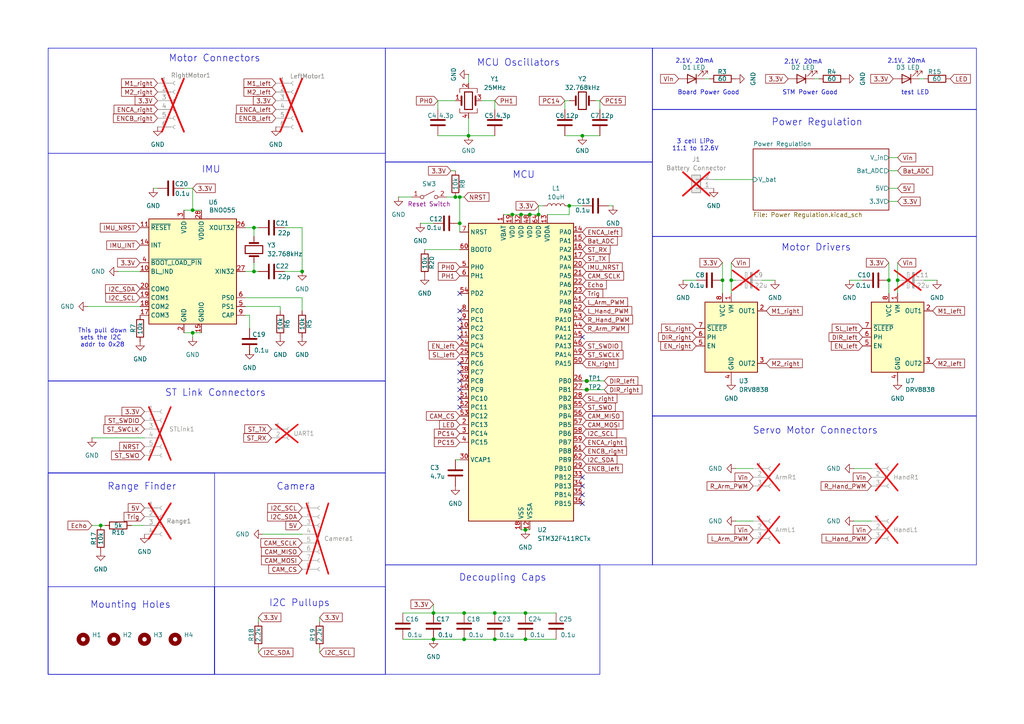
<source format=kicad_sch>
(kicad_sch (version 20231120) (generator "eeschema") (generator_version "8.0")
  (paper "A4")
  (title_block (title "WALL-E Motherboard") (company "Cal Poly") (comment 1 "Spring 2025"))
  (lib_symbols
    (symbol "Connector:Conn_01x02_Socket" (pin_names (offset 1.016) hide)
      (property "Reference" "J" (at 0 2.54 0))
      (property "Value" "Conn_01x02_Socket" (at 0 -5.08 0))
      (symbol "Conn_01x02_Socket_1_1"
        (pin passive line (at -5.08 0 0) (length 3.81) (name "Pin_1") (number "1"))
        (pin passive line (at -5.08 -2.54 0) (length 3.81) (name "Pin_2") (number "2"))
      )
    )
    (symbol "Connector:Conn_01x03_Socket" (pin_names (offset 1.016) hide)
      (property "Reference" "J" (at 0 5.08 0))
      (property "Value" "Conn_01x03_Socket" (at 0 -5.08 0))
      (symbol "Conn_01x03_Socket_1_1"
        (pin passive line (at -5.08 2.54 0) (length 3.81) (name "Pin_1") (number "1"))
        (pin passive line (at -5.08 0 0) (length 3.81) (name "Pin_2") (number "2"))
        (pin passive line (at -5.08 -2.54 0) (length 3.81) (name "Pin_3") (number "3"))
      )
    )
    (symbol "Connector:Conn_01x04_Socket" (pin_names (offset 1.016) hide)
      (property "Reference" "J" (at 0 5.08 0))
      (property "Value" "Conn_01x04_Socket" (at 0 -7.62 0))
      (symbol "Conn_01x04_Socket_1_1"
        (pin passive line (at -5.08 2.54 0) (length 3.81) (name "Pin_1") (number "1"))
        (pin passive line (at -5.08 0 0) (length 3.81) (name "Pin_2") (number "2"))
        (pin passive line (at -5.08 -2.54 0) (length 3.81) (name "Pin_3") (number "3"))
        (pin passive line (at -5.08 -5.08 0) (length 3.81) (name "Pin_4") (number "4"))
      )
    )
    (symbol "Connector:Conn_01x06_Socket" (pin_names (offset 1.016) hide)
      (property "Reference" "J" (at 0 7.62 0))
      (property "Value" "Conn_01x06_Socket" (at 0 -10.16 0))
      (symbol "Conn_01x06_Socket_1_1"
        (pin passive line (at -5.08 5.08 0) (length 3.81) (name "Pin_1") (number "1"))
        (pin passive line (at -5.08 2.54 0) (length 3.81) (name "Pin_2") (number "2"))
        (pin passive line (at -5.08 0 0) (length 3.81) (name "Pin_3") (number "3"))
        (pin passive line (at -5.08 -2.54 0) (length 3.81) (name "Pin_4") (number "4"))
        (pin passive line (at -5.08 -5.08 0) (length 3.81) (name "Pin_5") (number "5"))
        (pin passive line (at -5.08 -7.62 0) (length 3.81) (name "Pin_6") (number "6"))
      )
    )
    (symbol "Connector:Conn_01x08_Socket" (pin_names (offset 1.016) hide)
      (property "Reference" "J" (at 0 10.16 0))
      (property "Value" "Conn_01x08_Socket" (at 0 -12.7 0))
      (symbol "Conn_01x08_Socket_1_1"
        (pin passive line (at -5.08 7.62 0) (length 3.81) (name "Pin_1") (number "1"))
        (pin passive line (at -5.08 5.08 0) (length 3.81) (name "Pin_2") (number "2"))
        (pin passive line (at -5.08 2.54 0) (length 3.81) (name "Pin_3") (number "3"))
        (pin passive line (at -5.08 0 0) (length 3.81) (name "Pin_4") (number "4"))
        (pin passive line (at -5.08 -2.54 0) (length 3.81) (name "Pin_5") (number "5"))
        (pin passive line (at -5.08 -5.08 0) (length 3.81) (name "Pin_6") (number "6"))
        (pin passive line (at -5.08 -7.62 0) (length 3.81) (name "Pin_7") (number "7"))
        (pin passive line (at -5.08 -10.16 0) (length 3.81) (name "Pin_8") (number "8"))
      )
    )
    (symbol "Connector:TestPoint_Small" (pin_numbers hide) (pin_names (offset 0.762) hide)
      (property "Reference" "TP" (at 0 3.81 0))
      (property "Value" "TestPoint_Small" (at 0 2.032 0))
      (symbol "TestPoint_Small_1_1"
        (pin passive line (at 0 0 90) (length 0) (name "1") (number "1"))
      )
    )
    (symbol "Connector_Generic:Conn_01x02" (pin_names (offset 1.016) hide)
      (property "Reference" "J" (at 0 2.54 0))
      (property "Value" "Conn_01x02" (at 0 -5.08 0))
      (symbol "Conn_01x02_1_1"
        (pin passive line (at -5.08 0 0) (length 3.81) (name "Pin_1") (number "1"))
        (pin passive line (at -5.08 -2.54 0) (length 3.81) (name "Pin_2") (number "2"))
      )
    )
    (symbol "Device:C" (pin_numbers hide) (pin_names (offset 0.254))
      (property "Reference" "C" (at 0.635 2.54 0))
      (property "Value" "C" (at 0.635 -2.54 0))
      (symbol "C_1_1"
        (pin passive line (at 0 3.81 270) (length 2.794) (name "~") (number "1"))
        (pin passive line (at 0 -3.81 90) (length 2.794) (name "~") (number "2"))
      )
    )
    (symbol "Device:C_Polarized" (pin_numbers hide) (pin_names (offset 0.254))
      (property "Reference" "C" (at 0.635 2.54 0))
      (property "Value" "C_Polarized" (at 0.635 -2.54 0))
      (symbol "C_Polarized_1_1"
        (pin passive line (at 0 3.81 270) (length 2.794) (name "~") (number "1"))
        (pin passive line (at 0 -3.81 90) (length 2.794) (name "~") (number "2"))
      )
    )
    (symbol "Device:Crystal" (pin_numbers hide) (pin_names (offset 1.016) hide)
      (property "Reference" "Y" (at 0 3.81 0))
      (property "Value" "Crystal" (at 0 -3.81 0))
      (symbol "Crystal_1_1"
        (pin passive line (at -3.81 0 0) (length 1.27) (name "1") (number "1"))
        (pin passive line (at 3.81 0 180) (length 1.27) (name "2") (number "2"))
      )
    )
    (symbol "Device:Crystal_GND24" (pin_names (offset 1.016) hide)
      (property "Reference" "Y" (at 3.175 5.08 0))
      (property "Value" "Crystal_GND24" (at 3.175 3.175 0))
      (symbol "Crystal_GND24_1_1"
        (pin passive line (at -3.81 0 0) (length 1.27) (name "1") (number "1"))
        (pin passive line (at 0 5.08 270) (length 1.27) (name "2") (number "2"))
        (pin passive line (at 3.81 0 180) (length 1.27) (name "3") (number "3"))
        (pin passive line (at 0 -5.08 90) (length 1.27) (name "4") (number "4"))
      )
    )
    (symbol "Device:L" (pin_numbers hide) (pin_names (offset 1.016) hide)
      (property "Reference" "L" (at -1.27 0 90))
      (property "Value" "L" (at 1.905 0 90))
      (symbol "L_1_1"
        (pin passive line (at 0 3.81 270) (length 1.27) (name "1") (number "1"))
        (pin passive line (at 0 -3.81 90) (length 1.27) (name "2") (number "2"))
      )
    )
    (symbol "Device:LED" (pin_numbers hide) (pin_names (offset 1.016) hide)
      (property "Reference" "D" (at 0 2.54 0))
      (property "Value" "LED" (at 0 -2.54 0))
      (symbol "LED_1_1"
        (pin passive line (at -3.81 0 0) (length 2.54) (name "K") (number "1"))
        (pin passive line (at 3.81 0 180) (length 2.54) (name "A") (number "2"))
      )
    )
    (symbol "Device:R" (pin_numbers hide) (pin_names (offset 0))
      (property "Reference" "R" (at 2.032 0 90))
      (property "Value" "R" (at 0 0 90))
      (symbol "R_1_1"
        (pin passive line (at 0 3.81 270) (length 1.27) (name "~") (number "1"))
        (pin passive line (at 0 -3.81 90) (length 1.27) (name "~") (number "2"))
      )
    )
    (symbol "Driver_Motor:DRV8838"
      (property "Reference" "U" (at 6.35 11.43 0))
      (property "Value" "DRV8838" (at -10.16 11.43 0))
      (symbol "DRV8838_1_1"
        (pin power_in line (at 0 12.7 270) (length 2.54) (name "VM") (number "1"))
        (pin output line (at 10.16 7.62 180) (length 2.54) (name "OUT1") (number "2"))
        (pin output line (at 10.16 -7.62 180) (length 2.54) (name "OUT2") (number "3"))
        (pin power_in line (at 0 -12.7 90) (length 2.54) (name "GND") (number "4"))
        (pin input line (at -10.16 -2.54 0) (length 2.54) (name "EN") (number "5"))
        (pin input line (at -10.16 0 0) (length 2.54) (name "PH") (number "6"))
        (pin input line (at -10.16 2.54 0) (length 2.54) (name "~{SLEEP}") (number "7"))
        (pin power_in line (at -2.54 12.7 270) (length 2.54) (name "VCC") (number "8"))
        (pin passive line (at 0 -12.7 90) (length 2.54) hide (name "GND") (number "9"))
      )
    )
    (symbol "MCU_ST_STM32F4:STM32F411RCTx"
      (property "Reference" "U" (at -15.24 44.45 0))
      (property "Value" "STM32F411RCTx" (at 10.16 44.45 0))
      (symbol "STM32F411RCTx_1_1"
        (pin power_in line (at -5.08 45.72 270) (length 2.54) (name "VBAT") (number "1"))
        (pin bidirectional line (at -17.78 12.7 0) (length 2.54) (name "PC2") (number "10"))
        (pin bidirectional line (at -17.78 10.16 0) (length 2.54) (name "PC3") (number "11"))
        (pin power_in line (at 2.54 -45.72 90) (length 2.54) (name "VSSA") (number "12"))
        (pin power_in line (at 7.62 45.72 270) (length 2.54) (name "VDDA") (number "13"))
        (pin bidirectional line (at 17.78 40.64 180) (length 2.54) (name "PA0") (number "14"))
        (pin bidirectional line (at 17.78 38.1 180) (length 2.54) (name "PA1") (number "15"))
        (pin bidirectional line (at 17.78 35.56 180) (length 2.54) (name "PA2") (number "16"))
        (pin bidirectional line (at 17.78 33.02 180) (length 2.54) (name "PA3") (number "17"))
        (pin power_in line (at 0 -45.72 90) (length 2.54) (name "VSS") (number "18"))
        (pin power_in line (at -2.54 45.72 270) (length 2.54) (name "VDD") (number "19"))
        (pin bidirectional line (at -17.78 -15.24 0) (length 2.54) (name "PC13") (number "2"))
        (pin bidirectional line (at 17.78 30.48 180) (length 2.54) (name "PA4") (number "20"))
        (pin bidirectional line (at 17.78 27.94 180) (length 2.54) (name "PA5") (number "21"))
        (pin bidirectional line (at 17.78 25.4 180) (length 2.54) (name "PA6") (number "22"))
        (pin bidirectional line (at 17.78 22.86 180) (length 2.54) (name "PA7") (number "23"))
        (pin bidirectional line (at -17.78 7.62 0) (length 2.54) (name "PC4") (number "24"))
        (pin bidirectional line (at -17.78 5.08 0) (length 2.54) (name "PC5") (number "25"))
        (pin bidirectional line (at 17.78 -2.54 180) (length 2.54) (name "PB0") (number "26"))
        (pin bidirectional line (at 17.78 -5.08 180) (length 2.54) (name "PB1") (number "27"))
        (pin bidirectional line (at 17.78 -7.62 180) (length 2.54) (name "PB2") (number "28"))
        (pin bidirectional line (at 17.78 -27.94 180) (length 2.54) (name "PB10") (number "29"))
        (pin bidirectional line (at -17.78 -17.78 0) (length 2.54) (name "PC14") (number "3"))
        (pin power_out line (at -17.78 -25.4 0) (length 2.54) (name "VCAP1") (number "30"))
        (pin passive line (at 0 -45.72 90) (length 2.54) hide (name "VSS") (number "31"))
        (pin power_in line (at 0 45.72 270) (length 2.54) (name "VDD") (number "32"))
        (pin bidirectional line (at 17.78 -30.48 180) (length 2.54) (name "PB12") (number "33"))
        (pin bidirectional line (at 17.78 -33.02 180) (length 2.54) (name "PB13") (number "34"))
        (pin bidirectional line (at 17.78 -35.56 180) (length 2.54) (name "PB14") (number "35"))
        (pin bidirectional line (at 17.78 -38.1 180) (length 2.54) (name "PB15") (number "36"))
        (pin bidirectional line (at -17.78 2.54 0) (length 2.54) (name "PC6") (number "37"))
        (pin bidirectional line (at -17.78 0 0) (length 2.54) (name "PC7") (number "38"))
        (pin bidirectional line (at -17.78 -2.54 0) (length 2.54) (name "PC8") (number "39"))
        (pin bidirectional line (at -17.78 -20.32 0) (length 2.54) (name "PC15") (number "4"))
        (pin bidirectional line (at -17.78 -5.08 0) (length 2.54) (name "PC9") (number "40"))
        (pin bidirectional line (at 17.78 20.32 180) (length 2.54) (name "PA8") (number "41"))
        (pin bidirectional line (at 17.78 17.78 180) (length 2.54) (name "PA9") (number "42"))
        (pin bidirectional line (at 17.78 15.24 180) (length 2.54) (name "PA10") (number "43"))
        (pin bidirectional line (at 17.78 12.7 180) (length 2.54) (name "PA11") (number "44"))
        (pin bidirectional line (at 17.78 10.16 180) (length 2.54) (name "PA12") (number "45"))
        (pin bidirectional line (at 17.78 7.62 180) (length 2.54) (name "PA13") (number "46"))
        (pin passive line (at 0 -45.72 90) (length 2.54) hide (name "VSS") (number "47"))
        (pin power_in line (at 2.54 45.72 270) (length 2.54) (name "VDD") (number "48"))
        (pin bidirectional line (at 17.78 5.08 180) (length 2.54) (name "PA14") (number "49"))
        (pin bidirectional line (at -17.78 30.48 0) (length 2.54) (name "PH0") (number "5"))
        (pin bidirectional line (at 17.78 2.54 180) (length 2.54) (name "PA15") (number "50"))
        (pin bidirectional line (at -17.78 -7.62 0) (length 2.54) (name "PC10") (number "51"))
        (pin bidirectional line (at -17.78 -10.16 0) (length 2.54) (name "PC11") (number "52"))
        (pin bidirectional line (at -17.78 -12.7 0) (length 2.54) (name "PC12") (number "53"))
        (pin bidirectional line (at -17.78 22.86 0) (length 2.54) (name "PD2") (number "54"))
        (pin bidirectional line (at 17.78 -10.16 180) (length 2.54) (name "PB3") (number "55"))
        (pin bidirectional line (at 17.78 -12.7 180) (length 2.54) (name "PB4") (number "56"))
        (pin bidirectional line (at 17.78 -15.24 180) (length 2.54) (name "PB5") (number "57"))
        (pin bidirectional line (at 17.78 -17.78 180) (length 2.54) (name "PB6") (number "58"))
        (pin bidirectional line (at 17.78 -20.32 180) (length 2.54) (name "PB7") (number "59"))
        (pin bidirectional line (at -17.78 27.94 0) (length 2.54) (name "PH1") (number "6"))
        (pin input line (at -17.78 35.56 0) (length 2.54) (name "BOOT0") (number "60"))
        (pin bidirectional line (at 17.78 -22.86 180) (length 2.54) (name "PB8") (number "61"))
        (pin bidirectional line (at 17.78 -25.4 180) (length 2.54) (name "PB9") (number "62"))
        (pin passive line (at 0 -45.72 90) (length 2.54) hide (name "VSS") (number "63"))
        (pin power_in line (at 5.08 45.72 270) (length 2.54) (name "VDD") (number "64"))
        (pin input line (at -17.78 40.64 0) (length 2.54) (name "NRST") (number "7"))
        (pin bidirectional line (at -17.78 17.78 0) (length 2.54) (name "PC0") (number "8"))
        (pin bidirectional line (at -17.78 15.24 0) (length 2.54) (name "PC1") (number "9"))
      )
    )
    (symbol "Mechanical:MountingHole" (pin_names (offset 1.016)) (exclude_from_sim yes) (in_bom no)
      (property "Reference" "H" (at 0 5.08 0))
      (property "Value" "MountingHole" (at 0 3.175 0))
    )
    (symbol "Sensor_Motion:BNO055"
      (property "Reference" "U" (at -11.43 16.51 0))
      (property "Value" "BNO055" (at 12.7 16.51 0))
      (symbol "BNO055_1_1"
        (pin no_connect line (at -12.7 10.16 0) (length 2.54) hide (name "PIN1") (number "1"))
        (pin output line (at -15.24 0 0) (length 2.54) (name "BL_IND") (number "10"))
        (pin input line (at -15.24 12.7 0) (length 2.54) (name "~{RESET}") (number "11"))
        (pin no_connect line (at 12.7 10.16 180) (length 2.54) hide (name "PIN12") (number "12"))
        (pin no_connect line (at 12.7 7.62 180) (length 2.54) hide (name "PIN13") (number "13"))
        (pin output line (at -15.24 7.62 0) (length 2.54) (name "INT") (number "14"))
        (pin power_in line (at 2.54 -17.78 90) (length 2.54) (name "GNDIO") (number "15"))
        (pin passive line (at 2.54 -17.78 90) (length 2.54) hide (name "GNDIO") (number "16"))
        (pin input line (at -15.24 -12.7 0) (length 2.54) (name "COM3") (number "17"))
        (pin passive line (at -15.24 -10.16 0) (length 2.54) (name "COM2") (number "18"))
        (pin bidirectional line (at -15.24 -7.62 0) (length 2.54) (name "COM1") (number "19"))
        (pin power_in line (at -2.54 -17.78 90) (length 2.54) (name "GND") (number "2"))
        (pin bidirectional line (at -15.24 -5.08 0) (length 2.54) (name "COM0") (number "20"))
        (pin no_connect line (at 12.7 5.08 180) (length 2.54) hide (name "PIN21") (number "21"))
        (pin no_connect line (at 12.7 2.54 180) (length 2.54) hide (name "PIN22") (number "22"))
        (pin no_connect line (at 12.7 -2.54 180) (length 2.54) hide (name "PIN23") (number "23"))
        (pin no_connect line (at 12.7 -5.08 180) (length 2.54) hide (name "PIN24") (number "24"))
        (pin passive line (at 2.54 -17.78 90) (length 2.54) hide (name "GNDIO") (number "25"))
        (pin output line (at 15.24 12.7 180) (length 2.54) (name "XOUT32") (number "26"))
        (pin input line (at 15.24 0 180) (length 2.54) (name "XIN32") (number "27"))
        (pin power_in line (at 2.54 17.78 270) (length 2.54) (name "VDDIO") (number "28"))
        (pin power_in line (at -2.54 17.78 270) (length 2.54) (name "VDD") (number "3"))
        (pin input line (at -15.24 2.54 0) (length 2.54) (name "~{BOOT_LOAD_PIN}") (number "4"))
        (pin input line (at 15.24 -10.16 180) (length 2.54) (name "PS1") (number "5"))
        (pin input line (at 15.24 -7.62 180) (length 2.54) (name "PS0") (number "6"))
        (pin no_connect line (at -12.7 5.08 0) (length 2.54) hide (name "PIN7") (number "7"))
        (pin no_connect line (at -12.7 -2.54 0) (length 2.54) hide (name "PIN8") (number "8"))
        (pin passive line (at 15.24 -12.7 180) (length 2.54) (name "CAP") (number "9"))
      )
    )
    (symbol "Switch:SW_SPST" (pin_names (offset 0) hide)
      (property "Reference" "SW" (at 0 3.175 0))
      (property "Value" "SW_SPST" (at 0 -2.54 0))
      (symbol "SW_SPST_1_1"
        (pin passive line (at -5.08 0 0) (length 2.54) (name "A") (number "1"))
        (pin passive line (at 5.08 0 180) (length 2.54) (name "B") (number "2"))
      )
    )
    (symbol "power:GND" (power) (pin_numbers hide) (pin_names (offset 0) hide)
      (property "Value" "GND" (at 0 -3.81 0))
      (symbol "GND_1_1"
        (pin power_in line (at 0 0 270) (length 0) (name "~") (number "1"))
      )
    )
  )
  (junction (at 134.62 177.8))
  (junction (at 152.4 153.67))
  (junction (at 125.73 185.42))
  (junction (at 260.35 81.28))
  (junction (at 133.35 64.77))
  (junction (at 87.63 78.74))
  (junction (at 209.55 81.28))
  (junction (at 170.18 113.03))
  (junction (at 165.1 59.69))
  (junction (at 212.09 81.28))
  (junction (at 156.21 62.23))
  (junction (at 29.21 152.4))
  (junction (at 143.51 177.8))
  (junction (at 55.88 60.96))
  (junction (at 73.66 66.04))
  (junction (at 152.4 185.42))
  (junction (at 257.81 81.28))
  (junction (at 73.66 78.74))
  (junction (at 55.88 96.52))
  (junction (at 135.89 39.37))
  (junction (at 152.4 177.8))
  (junction (at 132.08 57.15))
  (junction (at 170.18 110.49))
  (junction (at 151.13 62.23))
  (junction (at 153.67 62.23))
  (junction (at 125.73 177.8))
  (junction (at 168.91 39.37))
  (junction (at 148.59 62.23))
  (junction (at 143.51 185.42))
  (junction (at 133.35 57.15))
  (junction (at 134.62 185.42))
  (no_connect (at 133.35 90.17))
  (no_connect (at 133.35 97.79))
  (no_connect (at 133.35 105.41))
  (no_connect (at 168.91 140.97))
  (no_connect (at 133.35 110.49))
  (no_connect (at 168.91 146.05))
  (no_connect (at 133.35 107.95))
  (no_connect (at 168.91 97.79))
  (no_connect (at 133.35 115.57))
  (no_connect (at 133.35 92.71))
  (no_connect (at 133.35 113.03))
  (no_connect (at 133.35 118.11))
  (no_connect (at 168.91 143.51))
  (no_connect (at 168.91 138.43))
  (no_connect (at 133.35 95.25))
  (no_connect (at 133.35 85.09))
  (wire (pts (xy 133.35 64.77) (xy 133.35 57.15)))
  (wire (pts (xy 257.81 76.2) (xy 257.81 81.28)))
  (wire (pts (xy 212.09 76.2) (xy 212.09 81.28)))
  (wire (pts (xy 71.12 88.9) (xy 81.28 88.9)))
  (wire (pts (xy 260.35 81.28) (xy 260.35 85.09)))
  (wire (pts (xy 175.26 113.03) (xy 170.18 113.03)))
  (wire (pts (xy 29.21 152.4) (xy 30.48 152.4)))
  (wire (pts (xy 170.18 113.03) (xy 168.91 113.03)))
  (wire (pts (xy 87.63 78.74) (xy 87.63 66.04)))
  (wire (pts (xy 135.89 34.29) (xy 135.89 39.37)))
  (wire (pts (xy 133.35 57.15) (xy 132.08 57.15)))
  (wire (pts (xy 45.72 54.61) (xy 44.45 54.61)))
  (wire (pts (xy 38.1 152.4) (xy 41.91 152.4)))
  (wire (pts (xy 260.35 76.2) (xy 260.35 81.28)))
  (wire (pts (xy 74.93 189.23) (xy 74.93 187.96)))
  (wire (pts (xy 130.81 49.53) (xy 132.08 49.53)))
  (wire (pts (xy 168.91 39.37) (xy 173.99 39.37)))
  (wire (pts (xy 207.01 52.07) (xy 218.44 52.07)))
  (wire (pts (xy 116.84 177.8) (xy 125.73 177.8)))
  (wire (pts (xy 165.1 62.23) (xy 158.75 62.23)))
  (wire (pts (xy 209.55 81.28) (xy 209.55 85.09)))
  (wire (pts (xy 72.39 102.87) (xy 72.39 101.6)))
  (wire (pts (xy 134.62 177.8) (xy 143.51 177.8)))
  (wire (pts (xy 172.72 29.21) (xy 173.99 29.21)))
  (wire (pts (xy 73.66 66.04) (xy 73.66 68.58)))
  (wire (pts (xy 55.88 60.96) (xy 58.42 60.96)))
  (wire (pts (xy 129.54 57.15) (xy 132.08 57.15)))
  (wire (pts (xy 72.39 91.44) (xy 71.12 91.44)))
  (wire (pts (xy 257.81 81.28) (xy 257.81 85.09)))
  (wire (pts (xy 257.81 45.72) (xy 260.35 45.72)))
  (wire (pts (xy 257.81 58.42) (xy 260.35 58.42)))
  (wire (pts (xy 139.7 29.21) (xy 143.51 29.21)))
  (wire (pts (xy 71.12 66.04) (xy 73.66 66.04)))
  (wire (pts (xy 246.38 81.28) (xy 250.19 81.28)))
  (wire (pts (xy 125.73 185.42) (xy 134.62 185.42)))
  (wire (pts (xy 156.21 59.69) (xy 157.48 59.69)))
  (wire (pts (xy 220.98 81.28) (xy 224.79 81.28)))
  (wire (pts (xy 71.12 78.74) (xy 73.66 78.74)))
  (wire (pts (xy 87.63 66.04) (xy 82.55 66.04)))
  (wire (pts (xy 135.89 21.59) (xy 135.89 24.13)))
  (wire (pts (xy 257.81 49.53) (xy 260.35 49.53)))
  (wire (pts (xy 92.71 179.07) (xy 92.71 180.34)))
  (wire (pts (xy 168.91 59.69) (xy 165.1 59.69)))
  (wire (pts (xy 176.53 59.69) (xy 177.8 59.69)))
  (wire (pts (xy 73.66 78.74) (xy 74.93 78.74)))
  (wire (pts (xy 55.88 96.52) (xy 58.42 96.52)))
  (wire (pts (xy 148.59 62.23) (xy 151.13 62.23)))
  (wire (pts (xy 151.13 153.67) (xy 152.4 153.67)))
  (wire (pts (xy 156.21 59.69) (xy 156.21 62.23)))
  (wire (pts (xy 198.12 81.28) (xy 201.93 81.28)))
  (wire (pts (xy 92.71 189.23) (xy 92.71 187.96)))
  (wire (pts (xy 247.65 151.13) (xy 252.73 151.13)))
  (wire (pts (xy 87.63 90.17) (xy 87.63 86.36)))
  (wire (pts (xy 127 29.21) (xy 132.08 29.21)))
  (wire (pts (xy 267.97 81.28) (xy 271.78 81.28)))
  (wire (pts (xy 175.26 110.49) (xy 170.18 110.49)))
  (wire (pts (xy 82.55 78.74) (xy 87.63 78.74)))
  (wire (pts (xy 152.4 153.67) (xy 153.67 153.67)))
  (wire (pts (xy 212.09 81.28) (xy 212.09 85.09)))
  (wire (pts (xy 123.19 72.39) (xy 133.35 72.39)))
  (wire (pts (xy 165.1 59.69) (xy 165.1 62.23)))
  (wire (pts (xy 74.93 179.07) (xy 74.93 180.34)))
  (wire (pts (xy 116.84 185.42) (xy 125.73 185.42)))
  (wire (pts (xy 163.83 39.37) (xy 168.91 39.37)))
  (wire (pts (xy 165.1 29.21) (xy 163.83 29.21)))
  (wire (pts (xy 213.36 151.13) (xy 218.44 151.13)))
  (wire (pts (xy 87.63 86.36) (xy 71.12 86.36)))
  (wire (pts (xy 125.73 64.77) (xy 121.92 64.77)))
  (wire (pts (xy 146.05 62.23) (xy 148.59 62.23)))
  (wire (pts (xy 115.57 57.15) (xy 119.38 57.15)))
  (wire (pts (xy 209.55 76.2) (xy 209.55 81.28)))
  (wire (pts (xy 135.89 39.37) (xy 127 39.37)))
  (wire (pts (xy 72.39 95.25) (xy 72.39 91.44)))
  (wire (pts (xy 247.65 135.89) (xy 252.73 135.89)))
  (wire (pts (xy 134.62 185.42) (xy 143.51 185.42)))
  (wire (pts (xy 26.67 152.4) (xy 29.21 152.4)))
  (wire (pts (xy 125.73 177.8) (xy 134.62 177.8)))
  (wire (pts (xy 125.73 175.26) (xy 125.73 177.8)))
  (wire (pts (xy 53.34 60.96) (xy 55.88 60.96)))
  (wire (pts (xy 143.51 185.42) (xy 152.4 185.42)))
  (wire (pts (xy 204.47 22.86) (xy 205.74 22.86)))
  (wire (pts (xy 152.4 185.42) (xy 161.29 185.42)))
  (wire (pts (xy 73.66 66.04) (xy 74.93 66.04)))
  (wire (pts (xy 133.35 67.31) (xy 133.35 64.77)))
  (wire (pts (xy 143.51 29.21) (xy 143.51 31.75)))
  (wire (pts (xy 127 29.21) (xy 127 31.75)))
  (wire (pts (xy 34.29 78.74) (xy 40.64 78.74)))
  (wire (pts (xy 55.88 97.79) (xy 55.88 96.52)))
  (wire (pts (xy 163.83 29.21) (xy 163.83 31.75)))
  (wire (pts (xy 143.51 177.8) (xy 152.4 177.8)))
  (wire (pts (xy 132.08 133.35) (xy 133.35 133.35)))
  (wire (pts (xy 53.34 54.61) (xy 55.88 54.61)))
  (wire (pts (xy 55.88 54.61) (xy 55.88 60.96)))
  (wire (pts (xy 135.89 39.37) (xy 143.51 39.37)))
  (wire (pts (xy 151.13 62.23) (xy 153.67 62.23)))
  (wire (pts (xy 25.4 88.9) (xy 40.64 88.9)))
  (wire (pts (xy 152.4 177.8) (xy 161.29 177.8)))
  (wire (pts (xy 257.81 54.61) (xy 260.35 54.61)))
  (wire (pts (xy 26.67 127) (xy 41.91 127)))
  (wire (pts (xy 81.28 88.9) (xy 81.28 90.17)))
  (wire (pts (xy 76.2 154.94) (xy 87.63 154.94)))
  (wire (pts (xy 173.99 29.21) (xy 173.99 31.75)))
  (wire (pts (xy 236.22 22.86) (xy 237.49 22.86)))
  (wire (pts (xy 73.66 76.2) (xy 73.66 78.74)))
  (wire (pts (xy 170.18 110.49) (xy 168.91 110.49)))
  (wire (pts (xy 55.88 96.52) (xy 53.34 96.52)))
  (wire (pts (xy 213.36 135.89) (xy 218.44 135.89)))
  (wire (pts (xy 134.62 57.15) (xy 133.35 57.15)))
  (wire (pts (xy 153.67 62.23) (xy 156.21 62.23)))
  (wire (pts (xy 213.36 81.28) (xy 212.09 81.28)))
  (wire (pts (xy 266.7 22.86) (xy 267.97 22.86)))
  (rectangle (start 13.97 137.16) (end 111.76 195.58))
  (rectangle (start 13.97 137.16) (end 62.23 195.58))
  (rectangle (start 111.76 163.83) (end 173.99 195.58))
  (rectangle (start 189.23 68.58) (end 283.21 120.65))
  (rectangle (start 189.23 13.97) (end 283.21 31.75))
  (rectangle (start 189.23 31.75) (end 283.21 68.58))
  (rectangle (start 111.76 46.99) (end 189.23 163.83))
  (rectangle (start 13.97 13.97) (end 111.76 44.45))
  (rectangle (start 13.97 44.45) (end 111.76 110.49))
  (rectangle (start 13.97 110.49) (end 111.76 137.16))
  (rectangle (start 111.76 13.97) (end 189.23 46.99))
  (rectangle (start 13.97 170.18) (end 62.23 195.58))
  (rectangle (start 62.23 170.18) (end 111.76 195.58))
  (rectangle (start 189.23 120.65) (end 283.21 163.83))
  (text "Decoupling Caps" (at 145.796 167.64 0) (effects (font (size 2 2))))
  (text "STM Power Good" (at 234.95 26.924 0) (effects (font (size 1.27 1.27))))
  (text "Board Power Good" (at 205.486 26.924 0) (effects (font (size 1.27 1.27))))
  (text "Range Finder" (at 41.148 141.224 0) (effects (font (size 2 2))))
  (text "Power Regulation" (at 236.982 35.56 0) (effects (font (size 2 2))))
  (text "Mounting Holes" (at 37.846 175.514 0) (effects (font (size 2 2))))
  (text "Camera" (at 85.852 141.224 0) (effects (font (size 2 2))))
  (text "MCU Oscillators" (at 150.368 18.288 0) (effects (font (size 2 2))))
  (text "Motor Connectors" (at 62.23 17.018 0) (effects (font (size 2 2))))
  (text "Servo Motor Connectors" (at 236.474 124.968 0) (effects (font (size 2 2))))
  (text "ST Link Connectors" (at 62.484 114.046 0) (effects (font (size 2 2))))
  (text "2.1V, 20mA" (at 262.89 17.78 0) (effects (font (size 1.27 1.27))))
  (text "IMU" (at 61.214 49.276 0) (effects (font (size 2 2))))
  (text "2.1V, 20mA" (at 232.918 18.034 0) (effects (font (size 1.27 1.27))))
  (text "Motor Drivers" (at 236.728 71.882 0) (effects (font (size 2 2))))
  (text "I2C Pullups" (at 86.868 175.006 0) (effects (font (size 2 2))))
  (text "3 cell LiPo\n11.1 to 12.6V" (at 201.676 42.164 0) (effects (font (size 1.27 1.27))))
  (text "test LED" (at 265.43 26.924 0) (effects (font (size 1.27 1.27))))
  (text "This pull down\nsets the I2C \naddr to 0x28" (at 29.718 98.044 0) (effects (font (size 1.27 1.27))))
  (text "2.1V, 20mA" (at 201.422 17.78 0) (effects (font (size 1.27 1.27))))
  (text "MCU" (at 151.892 50.8 0) (effects (font (size 2 2))))
  (global_label "EN_right" (shape input) (at 168.91 105.41 0) (property "Intersheetrefs" "${INTERSHEET_REFS}" (effects (hide yes))))
  (global_label "3.3V" (shape input) (at 41.91 119.38 180) (property "Intersheetrefs" "${INTERSHEET_REFS}" (effects (hide yes))))
  (global_label "CAM_SCLK" (shape input) (at 168.91 80.01 0) (property "Intersheetrefs" "${INTERSHEET_REFS}" (effects (hide yes))))
  (global_label "3.3V" (shape input) (at 125.73 175.26 180) (property "Intersheetrefs" "${INTERSHEET_REFS}" (effects (hide yes))))
  (global_label "M1_left" (shape input) (at 270.51 90.17 0) (property "Intersheetrefs" "${INTERSHEET_REFS}" (effects (hide yes))))
  (global_label "ST_SWO" (shape input) (at 41.91 132.08 180) (property "Intersheetrefs" "${INTERSHEET_REFS}" (effects (hide yes))))
  (global_label "I2C_SDA" (shape input) (at 74.93 189.23 0) (property "Intersheetrefs" "${INTERSHEET_REFS}" (effects (hide yes))))
  (global_label "L_Arm_PWM" (shape input) (at 218.44 156.21 180) (property "Intersheetrefs" "${INTERSHEET_REFS}" (effects (hide yes))))
  (global_label "Bat_ADC" (shape input) (at 260.35 49.53 0) (property "Intersheetrefs" "${INTERSHEET_REFS}" (effects (hide yes))))
  (global_label "I2C_SDA" (shape input) (at 168.91 133.35 0) (property "Intersheetrefs" "${INTERSHEET_REFS}" (effects (hide yes))))
  (global_label "L_Arm_PWM" (shape input) (at 168.91 87.63 0) (property "Intersheetrefs" "${INTERSHEET_REFS}" (effects (hide yes))))
  (global_label "Vin" (shape input) (at 196.85 22.86 180) (property "Intersheetrefs" "${INTERSHEET_REFS}" (effects (hide yes))))
  (global_label "IMU_NRST" (shape input) (at 168.91 77.47 0) (property "Intersheetrefs" "${INTERSHEET_REFS}" (effects (hide yes))))
  (global_label "Echo" (shape input) (at 168.91 82.55 0) (property "Intersheetrefs" "${INTERSHEET_REFS}" (effects (hide yes))))
  (global_label "EN_right" (shape input) (at 201.93 100.33 180) (property "Intersheetrefs" "${INTERSHEET_REFS}" (effects (hide yes))))
  (global_label "L_Hand_PWM" (shape input) (at 168.91 90.17 0) (property "Intersheetrefs" "${INTERSHEET_REFS}" (effects (hide yes))))
  (global_label "M2_right" (shape input) (at 222.25 105.41 0) (property "Intersheetrefs" "${INTERSHEET_REFS}" (effects (hide yes))))
  (global_label "IMU_NRST" (shape input) (at 40.64 66.04 180) (property "Intersheetrefs" "${INTERSHEET_REFS}" (effects (hide yes))))
  (global_label "DIR_right" (shape input) (at 175.26 113.03 0) (property "Intersheetrefs" "${INTERSHEET_REFS}" (effects (hide yes))))
  (global_label "3.3V" (shape input) (at 80.01 29.21 180) (property "Intersheetrefs" "${INTERSHEET_REFS}" (effects (hide yes))))
  (global_label "M1_right" (shape input) (at 222.25 90.17 0) (property "Intersheetrefs" "${INTERSHEET_REFS}" (effects (hide yes))))
  (global_label "ST_SWDIO" (shape input) (at 41.91 121.92 180) (property "Intersheetrefs" "${INTERSHEET_REFS}" (effects (hide yes))))
  (global_label "3.3V" (shape input) (at 257.81 76.2 180) (property "Intersheetrefs" "${INTERSHEET_REFS}" (effects (hide yes))))
  (global_label "ENCA_right" (shape input) (at 45.72 31.75 180) (property "Intersheetrefs" "${INTERSHEET_REFS}" (effects (hide yes))))
  (global_label "M2_left" (shape input) (at 80.01 26.67 180) (property "Intersheetrefs" "${INTERSHEET_REFS}" (effects (hide yes))))
  (global_label "Vin" (shape input) (at 218.44 153.67 180) (property "Intersheetrefs" "${INTERSHEET_REFS}" (effects (hide yes))))
  (global_label "M1_right" (shape input) (at 45.72 24.13 180) (property "Intersheetrefs" "${INTERSHEET_REFS}" (effects (hide yes))))
  (global_label "3.3V" (shape input) (at 130.81 49.53 180) (property "Intersheetrefs" "${INTERSHEET_REFS}" (effects (hide yes))))
  (global_label "CAM_MOSI" (shape input) (at 168.91 123.19 0) (property "Intersheetrefs" "${INTERSHEET_REFS}" (effects (hide yes))))
  (global_label "Vin" (shape input) (at 252.73 138.43 180) (property "Intersheetrefs" "${INTERSHEET_REFS}" (effects (hide yes))))
  (global_label "Trig" (shape input) (at 41.91 149.86 180) (property "Intersheetrefs" "${INTERSHEET_REFS}" (effects (hide yes))))
  (global_label "I2C_SCL" (shape input) (at 87.63 147.32 180) (property "Intersheetrefs" "${INTERSHEET_REFS}" (effects (hide yes))))
  (global_label "ST_SWO" (shape input) (at 168.91 118.11 0) (property "Intersheetrefs" "${INTERSHEET_REFS}" (effects (hide yes))))
  (global_label "ST_SWCLK" (shape input) (at 41.91 124.46 180) (property "Intersheetrefs" "${INTERSHEET_REFS}" (effects (hide yes))))
  (global_label "ENCB_right" (shape input) (at 45.72 34.29 180) (property "Intersheetrefs" "${INTERSHEET_REFS}" (effects (hide yes))))
  (global_label "LED" (shape input) (at 275.59 22.86 0) (property "Intersheetrefs" "${INTERSHEET_REFS}" (effects (hide yes))))
  (global_label "SL_right" (shape input) (at 201.93 95.25 180) (property "Intersheetrefs" "${INTERSHEET_REFS}" (effects (hide yes))))
  (global_label "CAM_MISO" (shape input) (at 87.63 160.02 180) (property "Intersheetrefs" "${INTERSHEET_REFS}" (effects (hide yes))))
  (global_label "ENCB_right" (shape input) (at 168.91 130.81 0) (property "Intersheetrefs" "${INTERSHEET_REFS}" (effects (hide yes))))
  (global_label "3.3V" (shape input) (at 259.08 22.86 180) (property "Intersheetrefs" "${INTERSHEET_REFS}" (effects (hide yes))))
  (global_label "CAM_SCLK" (shape input) (at 87.63 157.48 180) (property "Intersheetrefs" "${INTERSHEET_REFS}" (effects (hide yes))))
  (global_label "M1_left" (shape input) (at 80.01 24.13 180) (property "Intersheetrefs" "${INTERSHEET_REFS}" (effects (hide yes))))
  (global_label "Vin" (shape input) (at 260.35 45.72 0) (property "Intersheetrefs" "${INTERSHEET_REFS}" (effects (hide yes))))
  (global_label "3.3V" (shape input) (at 92.71 179.07 0) (property "Intersheetrefs" "${INTERSHEET_REFS}" (effects (hide yes))))
  (global_label "EN_left" (shape input) (at 250.19 100.33 180) (property "Intersheetrefs" "${INTERSHEET_REFS}" (effects (hide yes))))
  (global_label "Echo" (shape input) (at 26.67 152.4 180) (property "Intersheetrefs" "${INTERSHEET_REFS}" (effects (hide yes))))
  (global_label "NRST" (shape input) (at 41.91 129.54 180) (property "Intersheetrefs" "${INTERSHEET_REFS}" (effects (hide yes))))
  (global_label "3.3V" (shape input) (at 74.93 179.07 0) (property "Intersheetrefs" "${INTERSHEET_REFS}" (effects (hide yes))))
  (global_label "3.3V" (shape input) (at 260.35 58.42 0) (property "Intersheetrefs" "${INTERSHEET_REFS}" (effects (hide yes))))
  (global_label "R_Hand_PWM" (shape input) (at 252.73 140.97 180) (property "Intersheetrefs" "${INTERSHEET_REFS}" (effects (hide yes))))
  (global_label "CAM_MISO" (shape input) (at 168.91 120.65 0) (property "Intersheetrefs" "${INTERSHEET_REFS}" (effects (hide yes))))
  (global_label "PH0" (shape input) (at 133.35 77.47 180) (property "Intersheetrefs" "${INTERSHEET_REFS}" (effects (hide yes))))
  (global_label "PH1" (shape input) (at 143.51 29.21 0) (property "Intersheetrefs" "${INTERSHEET_REFS}" (effects (hide yes))))
  (global_label "ST_SWDIO" (shape input) (at 168.91 100.33 0) (property "Intersheetrefs" "${INTERSHEET_REFS}" (effects (hide yes))))
  (global_label "R_Hand_PWM" (shape input) (at 168.91 92.71 0) (property "Intersheetrefs" "${INTERSHEET_REFS}" (effects (hide yes))))
  (global_label "Bat_ADC" (shape input) (at 168.91 69.85 0) (property "Intersheetrefs" "${INTERSHEET_REFS}" (effects (hide yes))))
  (global_label "LED" (shape input) (at 133.35 123.19 180) (property "Intersheetrefs" "${INTERSHEET_REFS}" (effects (hide yes))))
  (global_label "NRST" (shape input) (at 134.62 57.15 0) (property "Intersheetrefs" "${INTERSHEET_REFS}" (effects (hide yes))))
  (global_label "DIR_left" (shape input) (at 250.19 97.79 180) (property "Intersheetrefs" "${INTERSHEET_REFS}" (effects (hide yes))))
  (global_label "3.3V" (shape input) (at 156.21 59.69 180) (property "Intersheetrefs" "${INTERSHEET_REFS}" (effects (hide yes))))
  (global_label "DIR_right" (shape input) (at 201.93 97.79 180) (property "Intersheetrefs" "${INTERSHEET_REFS}" (effects (hide yes))))
  (global_label "PH1" (shape input) (at 133.35 80.01 180) (property "Intersheetrefs" "${INTERSHEET_REFS}" (effects (hide yes))))
  (global_label "ENCA_left" (shape input) (at 80.01 31.75 180) (property "Intersheetrefs" "${INTERSHEET_REFS}" (effects (hide yes))))
  (global_label "IMU_INT" (shape input) (at 40.64 71.12 180) (property "Intersheetrefs" "${INTERSHEET_REFS}" (effects (hide yes))))
  (global_label "3.3V" (shape input) (at 45.72 29.21 180) (property "Intersheetrefs" "${INTERSHEET_REFS}" (effects (hide yes))))
  (global_label "Vin" (shape input) (at 260.35 76.2 0) (property "Intersheetrefs" "${INTERSHEET_REFS}" (effects (hide yes))))
  (global_label "M2_right" (shape input) (at 45.72 26.67 180) (property "Intersheetrefs" "${INTERSHEET_REFS}" (effects (hide yes))))
  (global_label "3.3V" (shape input) (at 228.6 22.86 180) (property "Intersheetrefs" "${INTERSHEET_REFS}" (effects (hide yes))))
  (global_label "ENCA_right" (shape input) (at 168.91 128.27 0) (property "Intersheetrefs" "${INTERSHEET_REFS}" (effects (hide yes))))
  (global_label "ST_TX" (shape input) (at 78.74 124.46 180) (property "Intersheetrefs" "${INTERSHEET_REFS}" (effects (hide yes))))
  (global_label "DIR_left" (shape input) (at 175.26 110.49 0) (property "Intersheetrefs" "${INTERSHEET_REFS}" (effects (hide yes))))
  (global_label "CAM_CS" (shape input) (at 133.35 120.65 180) (property "Intersheetrefs" "${INTERSHEET_REFS}" (effects (hide yes))))
  (global_label "R_Arm_PWM" (shape input) (at 168.91 95.25 0) (property "Intersheetrefs" "${INTERSHEET_REFS}" (effects (hide yes))))
  (global_label "5V" (shape input) (at 87.63 152.4 180) (property "Intersheetrefs" "${INTERSHEET_REFS}" (effects (hide yes))))
  (global_label "EN_left" (shape input) (at 133.35 100.33 180) (property "Intersheetrefs" "${INTERSHEET_REFS}" (effects (hide yes))))
  (global_label "PC14" (shape input) (at 163.83 29.21 180) (property "Intersheetrefs" "${INTERSHEET_REFS}" (effects (hide yes))))
  (global_label "SL_left" (shape input) (at 133.35 102.87 180) (property "Intersheetrefs" "${INTERSHEET_REFS}" (effects (hide yes))))
  (global_label "ST_RX" (shape input) (at 78.74 127 180) (property "Intersheetrefs" "${INTERSHEET_REFS}" (effects (hide yes))))
  (global_label "CAM_CS" (shape input) (at 87.63 165.1 180) (property "Intersheetrefs" "${INTERSHEET_REFS}" (effects (hide yes))))
  (global_label "I2C_SDA" (shape input) (at 87.63 149.86 180) (property "Intersheetrefs" "${INTERSHEET_REFS}" (effects (hide yes))))
  (global_label "3.3V" (shape input) (at 40.64 76.2 180) (property "Intersheetrefs" "${INTERSHEET_REFS}" (effects (hide yes))))
  (global_label "ENCB_left" (shape input) (at 168.91 135.89 0) (property "Intersheetrefs" "${INTERSHEET_REFS}" (effects (hide yes))))
  (global_label "Vin" (shape input) (at 218.44 138.43 180) (property "Intersheetrefs" "${INTERSHEET_REFS}" (effects (hide yes))))
  (global_label "ENCB_left" (shape input) (at 80.01 34.29 180) (property "Intersheetrefs" "${INTERSHEET_REFS}" (effects (hide yes))))
  (global_label "PH0" (shape input) (at 127 29.21 180) (property "Intersheetrefs" "${INTERSHEET_REFS}" (effects (hide yes))))
  (global_label "5V" (shape input) (at 260.35 54.61 0) (property "Intersheetrefs" "${INTERSHEET_REFS}" (effects (hide yes))))
  (global_label "5V" (shape input) (at 41.91 147.32 180) (property "Intersheetrefs" "${INTERSHEET_REFS}" (effects (hide yes))))
  (global_label "I2C_SDA" (shape input) (at 40.64 83.82 180) (property "Intersheetrefs" "${INTERSHEET_REFS}" (effects (hide yes))))
  (global_label "SL_right" (shape input) (at 168.91 115.57 0) (property "Intersheetrefs" "${INTERSHEET_REFS}" (effects (hide yes))))
  (global_label "R_Arm_PWM" (shape input) (at 218.44 140.97 180) (property "Intersheetrefs" "${INTERSHEET_REFS}" (effects (hide yes))))
  (global_label "3.3V" (shape input) (at 209.55 76.2 180) (property "Intersheetrefs" "${INTERSHEET_REFS}" (effects (hide yes))))
  (global_label "ST_RX" (shape input) (at 168.91 72.39 0) (property "Intersheetrefs" "${INTERSHEET_REFS}" (effects (hide yes))))
  (global_label "Vin" (shape input) (at 212.09 76.2 0) (property "Intersheetrefs" "${INTERSHEET_REFS}" (effects (hide yes))))
  (global_label "ENCA_left" (shape input) (at 168.91 67.31 0) (property "Intersheetrefs" "${INTERSHEET_REFS}" (effects (hide yes))))
  (global_label "ST_SWCLK" (shape input) (at 168.91 102.87 0) (property "Intersheetrefs" "${INTERSHEET_REFS}" (effects (hide yes))))
  (global_label "Trig" (shape input) (at 168.91 85.09 0) (property "Intersheetrefs" "${INTERSHEET_REFS}" (effects (hide yes))))
  (global_label "L_Hand_PWM" (shape input) (at 252.73 156.21 180) (property "Intersheetrefs" "${INTERSHEET_REFS}" (effects (hide yes))))
  (global_label "Vin" (shape input) (at 252.73 153.67 180) (property "Intersheetrefs" "${INTERSHEET_REFS}" (effects (hide yes))))
  (global_label "PC15" (shape input) (at 133.35 128.27 180) (property "Intersheetrefs" "${INTERSHEET_REFS}" (effects (hide yes))))
  (global_label "ST_TX" (shape input) (at 168.91 74.93 0) (property "Intersheetrefs" "${INTERSHEET_REFS}" (effects (hide yes))))
  (global_label "I2C_SCL" (shape input) (at 40.64 86.36 180) (property "Intersheetrefs" "${INTERSHEET_REFS}" (effects (hide yes))))
  (global_label "I2C_SCL" (shape input) (at 92.71 189.23 0) (property "Intersheetrefs" "${INTERSHEET_REFS}" (effects (hide yes))))
  (global_label "SL_left" (shape input) (at 250.19 95.25 180) (property "Intersheetrefs" "${INTERSHEET_REFS}" (effects (hide yes))))
  (global_label "PC14" (shape input) (at 133.35 125.73 180) (property "Intersheetrefs" "${INTERSHEET_REFS}" (effects (hide yes))))
  (global_label "I2C_SCL" (shape input) (at 168.91 125.73 0) (property "Intersheetrefs" "${INTERSHEET_REFS}" (effects (hide yes))))
  (global_label "CAM_MOSI" (shape input) (at 87.63 162.56 180) (property "Intersheetrefs" "${INTERSHEET_REFS}" (effects (hide yes))))
  (global_label "3.3V" (shape input) (at 55.88 54.61 0) (property "Intersheetrefs" "${INTERSHEET_REFS}" (effects (hide yes))))
  (global_label "PC15" (shape input) (at 173.99 29.21 0) (property "Intersheetrefs" "${INTERSHEET_REFS}" (effects (hide yes))))
  (global_label "M2_left" (shape input) (at 270.51 105.41 0) (property "Intersheetrefs" "${INTERSHEET_REFS}" (effects (hide yes))))
  (symbol (lib_id "Device:C") (at 152.4 181.61 0) (unit 1)
    (property "Reference" "C24" (at 153.162 179.578 0) (effects (justify left)))
    (property "Value" "0.1u" (at 153.67 184.15 0) (effects (justify left)))
    (property "Footprint" "Capacitor_SMD:C_0603_1608Metric" (effects (hide yes)))
    (property "Description" "Unpolarized capacitor" (effects (hide yes)))
  )
  (symbol (lib_id "Connector:Conn_01x03_Socket") (at 223.52 153.67 0) (unit 1) (dnp yes)
    (property "Reference" "ArmL1" (at 224.79 153.6699 0) (effects (justify left)))
    (property "Value" "Conn_01x03_Socket" (effects (hide yes)))
    (property "Footprint" "Connector_PinHeader_2.54mm:PinHeader_1x03_P2.54mm_Vertical" (effects (hide yes)))
    (property "Description" "Generic connector, single row, 01x03, script generated" (effects (hide yes)))
  )
  (symbol (lib_id "Connector:TestPoint_Small") (at 170.18 113.03 0) (unit 1)
    (property "Reference" "TP2" (at 170.688 112.268 0) (effects (justify left)))
    (property "Value" "TestPoint_Small" (effects (hide yes)))
    (property "Footprint" "TestPoint:TestPoint_Pad_D1.0mm" (effects (hide yes)))
    (property "Description" "test point" (effects (hide yes)))
  )
  (symbol (lib_id "Device:C") (at 143.51 35.56 0) (unit 1)
    (property "Reference" "C5" (at 140.462 33.528 0) (effects (justify left)))
    (property "Value" "4.3p" (at 143.764 33.528 0) (effects (justify left)))
    (property "Footprint" "Capacitor_SMD:C_0603_1608Metric" (effects (hide yes)))
    (property "Description" "Unpolarized capacitor" (effects (hide yes)))
  )
  (symbol (lib_id "Device:C") (at 173.99 35.56 0) (unit 1)
    (property "Reference" "C7" (at 171.196 33.528 0) (effects (justify left)))
    (property "Value" "12p" (at 174.244 33.528 0) (effects (justify left)))
    (property "Footprint" "Capacitor_SMD:C_0603_1608Metric" (effects (hide yes)))
    (property "Description" "Unpolarized capacitor" (effects (hide yes)))
  )
  (symbol (lib_id "power:GND") (at 207.01 54.61 0) (unit 1)
    (property "Reference" "#PWR01" (effects (hide yes)))
    (property "Value" "GND" (at 207.01 59.69 0))
    (property "Description" "Power symbol creates a global label with name \"GND\" , ground" (effects (hide yes)))
  )
  (symbol (lib_id "power:GND") (at 260.35 110.49 0) (unit 1)
    (property "Reference" "#PWR020" (effects (hide yes)))
    (property "Value" "GND" (at 260.35 115.57 0))
    (property "Description" "Power symbol creates a global label with name \"GND\" , ground" (effects (hide yes)))
  )
  (symbol (lib_id "power:GND") (at 115.57 57.15 0) (unit 1)
    (property "Reference" "#PWR035" (effects (hide yes)))
    (property "Value" "GND" (at 115.57 62.23 0))
    (property "Description" "Power symbol creates a global label with name \"GND\" , ground" (effects (hide yes)))
  )
  (symbol (lib_id "Device:Crystal") (at 168.91 29.21 180) (unit 1)
    (property "Reference" "Y2" (at 168.91 22.86 0))
    (property "Value" "32.768kHz" (at 168.91 25.4 0))
    (property "Footprint" "Crystal:Crystal_SMD_3215-2Pin_3.2x1.5mm" (effects (hide yes)))
    (property "Description" "Two pin crystal" (effects (hide yes)))
  )
  (symbol (lib_id "Device:R") (at 209.55 22.86 90) (unit 1)
    (property "Reference" "R3" (at 210.82 20.828 90) (effects (justify left)))
    (property "Value" "60" (at 210.82 22.86 90) (effects (justify left)))
    (property "Footprint" "Resistor_SMD:R_0603_1608Metric" (effects (hide yes)))
    (property "Description" "Resistor" (effects (hide yes)))
  )
  (symbol (lib_id "power:GND") (at 177.8 59.69 0) (unit 1)
    (property "Reference" "#PWR022" (effects (hide yes)))
    (property "Value" "GND" (at 177.8 64.77 0))
    (property "Description" "Power symbol creates a global label with name \"GND\" , ground" (effects (hide yes)))
  )
  (symbol (lib_id "power:GND") (at 247.65 151.13 270) (unit 1)
    (property "Reference" "#PWR052" (effects (hide yes)))
    (property "Value" "GND" (at 243.84 151.1299 90) (effects (justify right)))
    (property "Description" "Power symbol creates a global label with name \"GND\" , ground" (effects (hide yes)))
  )
  (symbol (lib_id "Device:C") (at 125.73 181.61 0) (unit 1)
    (property "Reference" "C17" (at 126.492 179.578 0) (effects (justify left)))
    (property "Value" "0.1u" (at 127 184.15 0) (effects (justify left)))
    (property "Footprint" "Capacitor_SMD:C_0603_1608Metric" (effects (hide yes)))
    (property "Description" "Unpolarized capacitor" (effects (hide yes)))
  )
  (symbol (lib_id "Device:C") (at 134.62 181.61 0) (unit 1)
    (property "Reference" "C18" (at 135.382 179.578 0) (effects (justify left)))
    (property "Value" "0.1u" (at 135.89 184.15 0) (effects (justify left)))
    (property "Footprint" "Capacitor_SMD:C_0603_1608Metric" (effects (hide yes)))
    (property "Description" "Unpolarized capacitor" (effects (hide yes)))
  )
  (symbol (lib_id "Device:R") (at 40.64 95.25 0) (unit 1)
    (property "Reference" "R7" (at 38.608 95.25 90))
    (property "Value" "10k" (at 40.64 95.25 90))
    (property "Footprint" "Resistor_SMD:R_0603_1608Metric" (effects (hide yes)))
    (property "Description" "Resistor" (effects (hide yes)))
  )
  (symbol (lib_id "Connector:Conn_01x06_Socket") (at 50.8 29.21 0) (unit 1) (dnp yes)
    (property "Reference" "RightMotor1" (at 49.53 21.844 0) (effects (justify left)))
    (property "Value" "Conn_01x06_Socket" (effects (hide yes)))
    (property "Footprint" "Connector_PinHeader_2.54mm:PinHeader_1x06_P2.54mm_Vertical" (effects (hide yes)))
    (property "Description" "Generic connector, single row, 01x06, script generated" (effects (hide yes)))
  )
  (symbol (lib_id "power:GND") (at 152.4 153.67 0) (unit 1)
    (property "Reference" "#PWR05" (effects (hide yes)))
    (property "Value" "GND" (at 152.4 158.75 0))
    (property "Description" "Power symbol creates a global label with name \"GND\" , ground" (effects (hide yes)))
  )
  (symbol (lib_id "Device:C") (at 49.53 54.61 90) (unit 1)
    (property "Reference" "C20" (at 54.61 53.34 90) (effects (justify left)))
    (property "Value" "0.1u" (at 55.118 56.134 90) (effects (justify left)))
    (property "Footprint" "Capacitor_SMD:C_0603_1608Metric" (effects (hide yes)))
    (property "Description" "Unpolarized capacitor" (effects (hide yes)))
  )
  (symbol (lib_id "Mechanical:MountingHole") (at 41.91 185.42 0) (unit 1) (exclude_from_sim yes) (in_bom no)
    (property "Reference" "H3" (at 44.45 184.1499 0) (effects (justify left)))
    (property "Value" "MountingHole" (effects (hide yes)))
    (property "Footprint" "MountingHole:MountingHole_3.2mm_M3" (effects (hide yes)))
    (property "Description" "Mounting Hole without connection" (effects (hide yes)))
  )
  (symbol (lib_id "Device:C") (at 132.08 137.16 0) (unit 1)
    (property "Reference" "C3" (at 124.714 135.636 0) (effects (justify left)))
    (property "Value" "4.7u" (at 124.714 138.176 0) (effects (justify left)))
    (property "Footprint" "Capacitor_SMD:C_0603_1608Metric" (effects (hide yes)))
    (property "Description" "Unpolarized capacitor" (effects (hide yes)))
  )
  (symbol (lib_id "Driver_Motor:DRV8838") (at 212.09 97.79 0) (unit 1)
    (property "Reference" "U3" (at 214.2841 110.49 0) (effects (justify left)))
    (property "Value" "DRV8838" (at 214.2841 113.03 0) (effects (justify left)))
    (property "Footprint" "Package_SON:WSON-8-1EP_2x2mm_P0.5mm_EP0.9x1.6mm" (effects (hide yes)))
    (property "Datasheet" "http://www.ti.com/lit/ds/symlink/drv8837.pdf" (effects (hide yes)))
    (property "Description" "H-Bridge driver, 1.8A, Low Voltage, PH/EN input, WSON-8" (effects (hide yes)))
  )
  (symbol (lib_id "Device:LED") (at 200.66 22.86 180) (unit 1)
    (property "Reference" "D1" (at 197.866 19.558 0) (effects (justify right)))
    (property "Value" "LED" (at 200.914 19.558 0) (effects (justify right)))
    (property "Footprint" "LED_SMD:LED_0603_1608Metric" (effects (hide yes)))
    (property "Description" "Light emitting diode" (effects (hide yes)))
  )
  (symbol (lib_id "Device:C") (at 172.72 59.69 90) (unit 1)
    (property "Reference" "C13" (at 171.196 58.42 90) (effects (justify left)))
    (property "Value" "0.1u" (at 171.196 60.96 90) (effects (justify left)))
    (property "Footprint" "Capacitor_SMD:C_0603_1608Metric" (effects (hide yes)))
    (property "Description" "Unpolarized capacitor" (effects (hide yes)))
  )
  (symbol (lib_id "Mechanical:MountingHole") (at 50.8 185.42 0) (unit 1) (exclude_from_sim yes) (in_bom no)
    (property "Reference" "H4" (at 53.34 184.1499 0) (effects (justify left)))
    (property "Value" "MountingHole" (effects (hide yes)))
    (property "Footprint" "MountingHole:MountingHole_3.2mm_M3" (effects (hide yes)))
    (property "Description" "Mounting Hole without connection" (effects (hide yes)))
  )
  (symbol (lib_id "Connector:Conn_01x03_Socket") (at 257.81 153.67 0) (unit 1) (dnp yes)
    (property "Reference" "HandL1" (at 259.08 153.6699 0) (effects (justify left)))
    (property "Value" "Conn_01x03_Socket" (effects (hide yes)))
    (property "Footprint" "Connector_PinHeader_2.54mm:PinHeader_1x03_P2.54mm_Vertical" (effects (hide yes)))
    (property "Description" "Generic connector, single row, 01x03, script generated" (effects (hide yes)))
  )
  (symbol (lib_id "power:GND") (at 44.45 54.61 0) (unit 1)
    (property "Reference" "#PWR032" (effects (hide yes)))
    (property "Value" "GND" (at 44.45 59.69 0))
    (property "Description" "Power symbol creates a global label with name \"GND\" , ground" (effects (hide yes)))
  )
  (symbol (lib_id "Connector:Conn_01x02_Socket") (at 83.82 124.46 0) (unit 1) (dnp yes)
    (property "Reference" "UART1" (at 85.09 125.7299 0) (effects (justify left)))
    (property "Value" "Conn_01x02_Socket" (effects (hide yes)))
    (property "Footprint" "Connector_PinHeader_2.54mm:PinHeader_1x02_P2.54mm_Horizontal" (effects (hide yes)))
    (property "Description" "Generic connector, single row, 01x02, script generated" (effects (hide yes)))
  )
  (symbol (lib_id "power:GND") (at 87.63 78.74 0) (unit 1)
    (property "Reference" "#PWR07" (effects (hide yes)))
    (property "Value" "GND" (at 87.63 83.82 0))
    (property "Description" "Power symbol creates a global label with name \"GND\" , ground" (effects (hide yes)))
  )
  (symbol (lib_id "power:GND") (at 55.88 97.79 0) (unit 1)
    (property "Reference" "#PWR033" (effects (hide yes)))
    (property "Value" "GND" (at 55.88 102.87 0))
    (property "Description" "Power symbol creates a global label with name \"GND\" , ground" (effects (hide yes)))
  )
  (symbol (lib_id "power:GND") (at 135.89 21.59 270) (unit 1)
    (property "Reference" "#PWR023" (effects (hide yes)))
    (property "Value" "GND" (at 131.572 21.59 0))
    (property "Description" "Power symbol creates a global label with name \"GND\" , ground" (effects (hide yes)))
  )
  (symbol (lib_id "power:GND") (at 246.38 81.28 0) (unit 1)
    (property "Reference" "#PWR019" (effects (hide yes)))
    (property "Value" "GND" (at 246.38 86.36 0))
    (property "Description" "Power symbol creates a global label with name \"GND\" , ground" (effects (hide yes)))
  )
  (symbol (lib_id "Connector:Conn_01x08_Socket") (at 92.71 154.94 0) (unit 1) (dnp yes)
    (property "Reference" "Camera1" (at 93.98 156.2099 0) (effects (justify left)))
    (property "Value" "Conn_01x08_Socket" (effects (hide yes)))
    (property "Footprint" "Connector_PinHeader_2.54mm:PinHeader_1x08_P2.54mm_Vertical" (effects (hide yes)))
    (property "Description" "Generic connector, single row, 01x08, script generated" (effects (hide yes)))
  )
  (symbol (lib_id "Device:R") (at 123.19 76.2 180) (unit 1)
    (property "Reference" "R20" (at 125.222 76.2 90))
    (property "Value" "10k" (at 123.19 76.2 90))
    (property "Footprint" "Resistor_SMD:R_0603_1608Metric" (effects (hide yes)))
    (property "Description" "Resistor" (effects (hide yes)))
  )
  (symbol (lib_id "Device:C") (at 163.83 35.56 0) (unit 1)
    (property "Reference" "C6" (at 161.036 33.528 0) (effects (justify left)))
    (property "Value" "12p" (at 164.084 33.528 0) (effects (justify left)))
    (property "Footprint" "Capacitor_SMD:C_0603_1608Metric" (effects (hide yes)))
    (property "Description" "Unpolarized capacitor" (effects (hide yes)))
  )
  (symbol (lib_id "Device:LED") (at 232.41 22.86 180) (unit 1)
    (property "Reference" "D2" (at 229.362 19.558 0) (effects (justify right)))
    (property "Value" "LED" (at 232.664 19.558 0) (effects (justify right)))
    (property "Footprint" "LED_SMD:LED_0603_1608Metric" (effects (hide yes)))
    (property "Description" "Light emitting diode" (effects (hide yes)))
  )
  (symbol (lib_id "power:GND") (at 121.92 64.77 0) (unit 1)
    (property "Reference" "#PWR014" (effects (hide yes)))
    (property "Value" "GND" (at 121.92 69.85 0))
    (property "Description" "Power symbol creates a global label with name \"GND\" , ground" (effects (hide yes)))
  )
  (symbol (lib_id "Device:C") (at 72.39 99.06 0) (unit 1)
    (property "Reference" "C19" (at 73.152 97.028 0) (effects (justify left)))
    (property "Value" "0.1u" (at 73.66 101.6 0) (effects (justify left)))
    (property "Footprint" "Capacitor_SMD:C_0603_1608Metric" (effects (hide yes)))
    (property "Description" "Unpolarized capacitor" (effects (hide yes)))
  )
  (symbol (lib_id "Switch:SW_SPST") (at 124.46 57.15 0) (unit 1)
    (property "Reference" "SW3" (at 124.46 53.34 0))
    (property "Value" "SW_SPST" (effects (hide yes)))
    (property "Footprint" "Button_Switch_SMD:SW_SPST_PTS645" (effects (hide yes)))
    (property "Description" "Single Pole Single Throw (SPST) switch" (effects (hide yes)))
    (property "Purpose" "Reset Switch" (at 124.46 59.182 0))
  )
  (symbol (lib_id "Device:C_Polarized") (at 217.17 81.28 90) (unit 1) (dnp yes)
    (property "Reference" "C9" (at 219.964 79.756 90))
    (property "Value" "22u" (at 220.726 82.804 90))
    (property "Footprint" "Capacitor_THT:CP_Radial_D5.0mm_P2.00mm" (effects (hide yes)))
    (property "Description" "Polarized capacitor" (effects (hide yes)))
  )
  (symbol (lib_id "MCU_ST_STM32F4:STM32F411RCTx") (at 151.13 107.95 0) (unit 1)
    (property "Reference" "U2" (at 155.8641 153.67 0) (effects (justify left)))
    (property "Value" "STM32F411RCTx" (at 155.8641 156.21 0) (effects (justify left)))
    (property "Footprint" "Package_QFP:LQFP-64_10x10mm_P0.5mm" (effects (hide yes)))
    (property "Datasheet" "https://www.st.com/resource/en/datasheet/stm32f411rc.pdf" (effects (hide yes)))
    (property "Description" "STMicroelectronics Arm Cortex-M4 MCU, 256KB flash, 128KB RAM, 100 MHz, 1.7-3.6V, 50 GPIO, LQFP64" (effects (hide yes)))
  )
  (symbol (lib_id "Device:C_Polarized") (at 264.16 81.28 90) (unit 1) (dnp yes)
    (property "Reference" "C11" (at 267.462 79.756 90))
    (property "Value" "22u" (at 267.716 82.804 90))
    (property "Footprint" "Capacitor_THT:CP_Radial_D5.0mm_P2.00mm" (effects (hide yes)))
    (property "Description" "Polarized capacitor" (effects (hide yes)))
  )
  (symbol (lib_id "power:GND") (at 29.21 160.02 0) (unit 1)
    (property "Reference" "#PWR08" (effects (hide yes)))
    (property "Value" "GND" (at 29.21 165.1 0))
    (property "Description" "Power symbol creates a global label with name \"GND\" , ground" (effects (hide yes)))
  )
  (symbol (lib_id "Device:R") (at 92.71 184.15 0) (unit 1)
    (property "Reference" "R19" (at 90.678 184.15 90))
    (property "Value" "2.2k" (at 92.71 184.15 90))
    (property "Footprint" "Resistor_SMD:R_0603_1608Metric" (effects (hide yes)))
    (property "Description" "Resistor" (effects (hide yes)))
  )
  (symbol (lib_id "power:GND") (at 72.39 101.6 0) (unit 1)
    (property "Reference" "#PWR030" (effects (hide yes)))
    (property "Value" "GND" (at 72.39 106.68 0))
    (property "Description" "Power symbol creates a global label with name \"GND\" , ground" (effects (hide yes)))
  )
  (symbol (lib_id "Device:C") (at 78.74 66.04 90) (unit 1)
    (property "Reference" "C21" (at 83.82 64.77 90) (effects (justify left)))
    (property "Value" "22p" (at 84.328 67.564 90) (effects (justify left)))
    (property "Footprint" "Capacitor_SMD:C_0603_1608Metric" (effects (hide yes)))
    (property "Description" "Unpolarized capacitor" (effects (hide yes)))
  )
  (symbol (lib_id "power:GND") (at 245.11 22.86 90) (unit 1)
    (property "Reference" "#PWR016" (effects (hide yes)))
    (property "Value" "GND" (at 250.19 22.86 0))
    (property "Description" "Power symbol creates a global label with name \"GND\" , ground" (effects (hide yes)))
  )
  (symbol (lib_id "Mechanical:MountingHole") (at 24.13 185.42 0) (unit 1) (exclude_from_sim yes) (in_bom no)
    (property "Reference" "H1" (at 26.67 184.1499 0) (effects (justify left)))
    (property "Value" "MountingHole" (effects (hide yes)))
    (property "Footprint" "MountingHole:MountingHole_3.2mm_M3" (effects (hide yes)))
    (property "Description" "Mounting Hole without connection" (effects (hide yes)))
  )
  (symbol (lib_id "Device:C") (at 116.84 181.61 0) (unit 1)
    (property "Reference" "C16" (at 117.602 179.578 0) (effects (justify left)))
    (property "Value" "0.1u" (at 118.11 184.15 0) (effects (justify left)))
    (property "Footprint" "Capacitor_SMD:C_0603_1608Metric" (effects (hide yes)))
    (property "Description" "Unpolarized capacitor" (effects (hide yes)))
  )
  (symbol (lib_id "power:GND") (at 34.29 78.74 270) (unit 1)
    (property "Reference" "#PWR048" (effects (hide yes)))
    (property "Value" "GND" (at 30.48 78.7399 90) (effects (justify right)))
    (property "Description" "Power symbol creates a global label with name \"GND\" , ground" (effects (hide yes)))
  )
  (symbol (lib_id "power:GND") (at 87.63 97.79 0) (unit 1)
    (property "Reference" "#PWR049" (effects (hide yes)))
    (property "Value" "GND" (at 87.63 102.87 0))
    (property "Description" "Power symbol creates a global label with name \"GND\" , ground" (effects (hide yes)))
  )
  (symbol (lib_id "Device:C") (at 254 81.28 270) (unit 1)
    (property "Reference" "C10" (at 248.666 79.756 90) (effects (justify left)))
    (property "Value" "0.1u" (at 248.158 82.804 90) (effects (justify left)))
    (property "Footprint" "Capacitor_SMD:C_0603_1608Metric" (effects (hide yes)))
    (property "Description" "Unpolarized capacitor" (effects (hide yes)))
  )
  (symbol (lib_id "power:GND") (at 213.36 135.89 270) (unit 1)
    (property "Reference" "#PWR045" (effects (hide yes)))
    (property "Value" "GND" (at 209.55 135.8899 90) (effects (justify right)))
    (property "Description" "Power symbol creates a global label with name \"GND\" , ground" (effects (hide yes)))
  )
  (symbol (lib_id "power:GND") (at 25.4 88.9 270) (unit 1)
    (property "Reference" "#PWR047" (effects (hide yes)))
    (property "Value" "GND" (at 21.59 88.8999 90) (effects (justify right)))
    (property "Description" "Power symbol creates a global label with name \"GND\" , ground" (effects (hide yes)))
  )
  (symbol (lib_id "Device:R") (at 132.08 53.34 180) (unit 1)
    (property "Reference" "R8" (at 134.112 53.34 90))
    (property "Value" "10k" (at 132.08 53.34 90))
    (property "Footprint" "Resistor_SMD:R_0603_1608Metric" (effects (hide yes)))
    (property "Description" "Resistor" (effects (hide yes)))
  )
  (symbol (lib_id "Device:R") (at 74.93 184.15 0) (unit 1)
    (property "Reference" "R18" (at 72.898 184.15 90))
    (property "Value" "2.2k" (at 74.93 184.15 90))
    (property "Footprint" "Resistor_SMD:R_0603_1608Metric" (effects (hide yes)))
    (property "Description" "Resistor" (effects (hide yes)))
  )
  (symbol (lib_id "power:GND") (at 198.12 81.28 0) (unit 1)
    (property "Reference" "#PWR017" (effects (hide yes)))
    (property "Value" "GND" (at 198.12 86.36 0))
    (property "Description" "Power symbol creates a global label with name \"GND\" , ground" (effects (hide yes)))
  )
  (symbol (lib_id "power:GND") (at 40.64 99.06 0) (unit 1)
    (property "Reference" "#PWR034" (effects (hide yes)))
    (property "Value" "GND" (at 40.64 104.14 0))
    (property "Description" "Power symbol creates a global label with name \"GND\" , ground" (effects (hide yes)))
  )
  (symbol (lib_id "Device:LED") (at 262.89 22.86 180) (unit 1)
    (property "Reference" "D3" (at 259.842 19.558 0) (effects (justify right)))
    (property "Value" "LED" (at 263.144 19.558 0) (effects (justify right)))
    (property "Footprint" "LED_SMD:LED_0603_1608Metric" (effects (hide yes)))
    (property "Description" "Light emitting diode" (effects (hide yes)))
  )
  (symbol (lib_id "Device:Crystal") (at 73.66 72.39 90) (unit 1)
    (property "Reference" "Y3" (at 77.47 71.1199 90) (effects (justify right)))
    (property "Value" "32.768kHz" (at 77.47 73.6599 90) (effects (justify right)))
    (property "Footprint" "Crystal:Crystal_SMD_3215-2Pin_3.2x1.5mm" (effects (hide yes)))
    (property "Description" "Two pin crystal" (effects (hide yes)))
  )
  (symbol (lib_id "power:GND") (at 80.01 36.83 0) (unit 1)
    (property "Reference" "#PWR026" (effects (hide yes)))
    (property "Value" "GND" (at 80.01 41.91 0))
    (property "Description" "Power symbol creates a global label with name \"GND\" , ground" (effects (hide yes)))
  )
  (symbol (lib_id "Connector:Conn_01x06_Socket") (at 46.99 124.46 0) (unit 1) (dnp yes)
    (property "Reference" "STLink1" (at 49.022 124.46 0) (effects (justify left)))
    (property "Value" "Conn_01x06_Socket" (effects (hide yes)))
    (property "Footprint" "Connector_PinHeader_2.54mm:PinHeader_1x06_P2.54mm_Horizontal" (effects (hide yes)))
    (property "Description" "Generic connector, single row, 01x06, script generated" (effects (hide yes)))
  )
  (symbol (lib_id "Connector_Generic:Conn_01x02") (at 201.93 54.61 180) (unit 1) (dnp yes)
    (property "Reference" "J1" (at 201.93 46.228 0))
    (property "Value" "Conn_01x02" (effects (hide yes)))
    (property "Footprint" "Connector_AMASS:AMASS_XT30PW-M_1x02_P2.50mm_Horizontal" (effects (hide yes)))
    (property "Description" "Generic connector, single row, 01x02, script generated (kicad-library-utils/schlib/autogen/connector/)" (effects (hide yes)))
    (property "Purpose" "Battery Connector" (at 201.93 48.006 0) (effects (justify bottom)))
  )
  (symbol (lib_id "Connector:Conn_01x04_Socket") (at 46.99 149.86 0) (unit 1) (dnp yes)
    (property "Reference" "Range1" (at 48.26 151.1299 0) (effects (justify left)))
    (property "Value" "Conn_01x04_Socket" (effects (hide yes)))
    (property "Footprint" "Connector_PinHeader_2.54mm:PinHeader_1x04_P2.54mm_Vertical" (effects (hide yes)))
    (property "Description" "Generic connector, single row, 01x04, script generated" (effects (hide yes)))
  )
  (symbol (lib_id "Device:R") (at 34.29 152.4 90) (unit 1)
    (property "Reference" "R16" (at 34.29 154.432 90))
    (property "Value" "5k" (at 34.29 152.4 90))
    (property "Footprint" "Resistor_SMD:R_0603_1608Metric" (effects (hide yes)))
    (property "Description" "Resistor" (effects (hide yes)))
  )
  (symbol (lib_id "Device:R") (at 241.3 22.86 90) (unit 1)
    (property "Reference" "R4" (at 242.57 20.828 90) (effects (justify left)))
    (property "Value" "60" (at 242.57 22.86 90) (effects (justify left)))
    (property "Footprint" "Resistor_SMD:R_0603_1608Metric" (effects (hide yes)))
    (property "Description" "Resistor" (effects (hide yes)))
  )
  (symbol (lib_id "power:GND") (at 26.67 127 0) (unit 1)
    (property "Reference" "#PWR042" (effects (hide yes)))
    (property "Value" "GND" (at 26.67 132.08 0))
    (property "Description" "Power symbol creates a global label with name \"GND\" , ground" (effects (hide yes)))
  )
  (symbol (lib_id "Connector:Conn_01x03_Socket") (at 257.81 138.43 0) (unit 1) (dnp yes)
    (property "Reference" "HandR1" (at 259.08 138.4299 0) (effects (justify left)))
    (property "Value" "Conn_01x03_Socket" (effects (hide yes)))
    (property "Footprint" "Connector_PinHeader_2.54mm:PinHeader_1x03_P2.54mm_Vertical" (effects (hide yes)))
    (property "Description" "Generic connector, single row, 01x03, script generated" (effects (hide yes)))
  )
  (symbol (lib_id "Device:R") (at 271.78 22.86 90) (unit 1)
    (property "Reference" "R15" (at 273.05 20.828 90) (effects (justify left)))
    (property "Value" "60" (at 273.05 22.86 90) (effects (justify left)))
    (property "Footprint" "Resistor_SMD:R_0603_1608Metric" (effects (hide yes)))
    (property "Description" "Resistor" (effects (hide yes)))
  )
  (symbol (lib_id "power:GND") (at 247.65 135.89 270) (unit 1)
    (property "Reference" "#PWR046" (effects (hide yes)))
    (property "Value" "GND" (at 243.84 135.8899 90) (effects (justify right)))
    (property "Description" "Power symbol creates a global label with name \"GND\" , ground" (effects (hide yes)))
  )
  (symbol (lib_id "Device:R") (at 87.63 93.98 180) (unit 1)
    (property "Reference" "R5" (at 89.662 93.98 90))
    (property "Value" "10k" (at 87.63 93.98 90))
    (property "Footprint" "Resistor_SMD:R_0603_1608Metric" (effects (hide yes)))
    (property "Description" "Resistor" (effects (hide yes)))
  )
  (symbol (lib_id "power:GND") (at 168.91 39.37 0) (unit 1)
    (property "Reference" "#PWR012" (effects (hide yes)))
    (property "Value" "GND" (at 168.91 43.688 0))
    (property "Description" "Power symbol creates a global label with name \"GND\" , ground" (effects (hide yes)))
  )
  (symbol (lib_id "power:GND") (at 125.73 185.42 0) (unit 1)
    (property "Reference" "#PWR027" (effects (hide yes)))
    (property "Value" "GND" (at 125.73 190.5 0))
    (property "Description" "Power symbol creates a global label with name \"GND\" , ground" (effects (hide yes)))
  )
  (symbol (lib_id "Mechanical:MountingHole") (at 33.02 185.42 0) (unit 1) (exclude_from_sim yes) (in_bom no)
    (property "Reference" "H2" (at 35.56 184.1499 0) (effects (justify left)))
    (property "Value" "MountingHole" (effects (hide yes)))
    (property "Footprint" "MountingHole:MountingHole_3.2mm_M3" (effects (hide yes)))
    (property "Description" "Mounting Hole without connection" (effects (hide yes)))
  )
  (symbol (lib_id "power:GND") (at 212.09 110.49 0) (unit 1)
    (property "Reference" "#PWR010" (effects (hide yes)))
    (property "Value" "GND" (at 212.09 115.57 0))
    (property "Description" "Power symbol creates a global label with name \"GND\" , ground" (effects (hide yes)))
  )
  (symbol (lib_id "Device:R") (at 81.28 93.98 180) (unit 1)
    (property "Reference" "R6" (at 83.312 93.98 90))
    (property "Value" "10k" (at 81.28 93.98 90))
    (property "Footprint" "Resistor_SMD:R_0603_1608Metric" (effects (hide yes)))
    (property "Description" "Resistor" (effects (hide yes)))
  )
  (symbol (lib_id "power:GND") (at 271.78 81.28 0) (unit 1)
    (property "Reference" "#PWR021" (effects (hide yes)))
    (property "Value" "GND" (at 271.78 86.36 0))
    (property "Description" "Power symbol creates a global label with name \"GND\" , ground" (effects (hide yes)))
  )
  (symbol (lib_id "Driver_Motor:DRV8838") (at 260.35 97.79 0) (unit 1)
    (property "Reference" "U7" (at 262.5441 110.49 0) (effects (justify left)))
    (property "Value" "DRV8838" (at 262.5441 113.03 0) (effects (justify left)))
    (property "Footprint" "Package_SON:WSON-8-1EP_2x2mm_P0.5mm_EP0.9x1.6mm" (effects (hide yes)))
    (property "Datasheet" "http://www.ti.com/lit/ds/symlink/drv8837.pdf" (effects (hide yes)))
    (property "Description" "H-Bridge driver, 1.8A, Low Voltage, PH/EN input, WSON-8" (effects (hide yes)))
  )
  (symbol (lib_id "power:GND") (at 135.89 39.37 0) (unit 1)
    (property "Reference" "#PWR011" (effects (hide yes)))
    (property "Value" "GND" (at 135.89 43.688 0))
    (property "Description" "Power symbol creates a global label with name \"GND\" , ground" (effects (hide yes)))
  )
  (symbol (lib_id "Device:C") (at 205.74 81.28 270) (unit 1)
    (property "Reference" "C8" (at 201.676 79.756 90) (effects (justify left)))
    (property "Value" "0.1u" (at 199.898 82.804 90) (effects (justify left)))
    (property "Footprint" "Capacitor_SMD:C_0603_1608Metric" (effects (hide yes)))
    (property "Description" "Unpolarized capacitor" (effects (hide yes)))
  )
  (symbol (lib_id "Device:C") (at 143.51 181.61 0) (unit 1)
    (property "Reference" "C23" (at 144.272 179.578 0) (effects (justify left)))
    (property "Value" "0.1u" (at 144.78 184.15 0) (effects (justify left)))
    (property "Footprint" "Capacitor_SMD:C_0603_1608Metric" (effects (hide yes)))
    (property "Description" "Unpolarized capacitor" (effects (hide yes)))
  )
  (symbol (lib_id "power:GND") (at 224.79 81.28 0) (unit 1)
    (property "Reference" "#PWR018" (effects (hide yes)))
    (property "Value" "GND" (at 224.79 86.36 0))
    (property "Description" "Power symbol creates a global label with name \"GND\" , ground" (effects (hide yes)))
  )
  (symbol (lib_id "Device:C") (at 161.29 181.61 0) (unit 1)
    (property "Reference" "C25" (at 162.052 179.578 0) (effects (justify left)))
    (property "Value" "0.1u" (at 162.56 184.15 0) (effects (justify left)))
    (property "Footprint" "Capacitor_SMD:C_0603_1608Metric" (effects (hide yes)))
    (property "Description" "Unpolarized capacitor" (effects (hide yes)))
  )
  (symbol (lib_id "Sensor_Motion:BNO055") (at 55.88 78.74 0) (unit 1)
    (property "Reference" "U6" (at 60.452 58.674 0) (effects (justify left)))
    (property "Value" "BNO055" (at 60.6141 60.96 0) (effects (justify left)))
    (property "Footprint" "Package_LGA:LGA-28_5.2x3.8mm_P0.5mm" (effects (hide yes)))
    (property "Datasheet" "https://www.bosch-sensortec.com/media/boschsensortec/downloads/datasheets/bst-bno055-ds000.pdf" (effects (hide yes)))
    (property "Description" "Intelligent 9-axis absolute orientation sensor, LGA-28" (effects (hide yes)))
  )
  (symbol (lib_id "power:GND") (at 45.72 36.83 0) (unit 1)
    (property "Reference" "#PWR025" (effects (hide yes)))
    (property "Value" "GND" (at 45.72 41.91 0))
    (property "Description" "Power symbol creates a global label with name \"GND\" , ground" (effects (hide yes)))
  )
  (symbol (lib_id "power:GND") (at 123.19 80.01 0) (unit 1)
    (property "Reference" "#PWR09" (effects (hide yes)))
    (property "Value" "GND" (at 123.19 85.09 0))
    (property "Description" "Power symbol creates a global label with name \"GND\" , ground" (effects (hide yes)))
  )
  (symbol (lib_id "Connector:Conn_01x06_Socket") (at 85.09 29.21 0) (unit 1) (dnp yes)
    (property "Reference" "LeftMotor1" (at 84.074 22.098 0) (effects (justify left)))
    (property "Value" "Conn_01x06_Socket" (effects (hide yes)))
    (property "Footprint" "Connector_PinHeader_2.54mm:PinHeader_1x06_P2.54mm_Vertical" (effects (hide yes)))
    (property "Description" "Generic connector, single row, 01x06, script generated" (effects (hide yes)))
  )
  (symbol (lib_id "power:GND") (at 41.91 154.94 0) (unit 1)
    (property "Reference" "#PWR013" (effects (hide yes)))
    (property "Value" "GND" (at 41.91 160.02 0))
    (property "Description" "Power symbol creates a global label with name \"GND\" , ground" (effects (hide yes)))
  )
  (symbol (lib_id "Connector:TestPoint_Small") (at 170.18 110.49 0) (unit 1)
    (property "Reference" "TP1" (at 170.688 109.728 0) (effects (justify left)))
    (property "Value" "TestPoint_Small" (effects (hide yes)))
    (property "Footprint" "TestPoint:TestPoint_Pad_D1.0mm" (effects (hide yes)))
    (property "Description" "test point" (effects (hide yes)))
  )
  (symbol (lib_id "Device:R") (at 29.21 156.21 0) (unit 1)
    (property "Reference" "R17" (at 27.178 156.21 90))
    (property "Value" "10k" (at 29.21 156.21 90))
    (property "Footprint" "Resistor_SMD:R_0603_1608Metric" (effects (hide yes)))
    (property "Description" "Resistor" (effects (hide yes)))
  )
  (symbol (lib_id "power:GND") (at 213.36 22.86 90) (unit 1)
    (property "Reference" "#PWR015" (effects (hide yes)))
    (property "Value" "GND" (at 218.44 22.86 0))
    (property "Description" "Power symbol creates a global label with name \"GND\" , ground" (effects (hide yes)))
  )
  (symbol (lib_id "Device:C") (at 129.54 64.77 270) (unit 1)
    (property "Reference" "C12" (at 124.46 63.5 90) (effects (justify left)))
    (property "Value" "0.1u" (at 123.698 66.04 90) (effects (justify left)))
    (property "Footprint" "Capacitor_SMD:C_0603_1608Metric" (effects (hide yes)))
    (property "Description" "Unpolarized capacitor" (effects (hide yes)))
  )
  (symbol (lib_id "Device:C") (at 127 35.56 0) (unit 1)
    (property "Reference" "C4" (at 123.952 33.528 0) (effects (justify left)))
    (property "Value" "4.3p" (at 127.254 33.528 0) (effects (justify left)))
    (property "Footprint" "Capacitor_SMD:C_0603_1608Metric" (effects (hide yes)))
    (property "Description" "Unpolarized capacitor" (effects (hide yes)))
  )
  (symbol (lib_id "power:GND") (at 81.28 97.79 0) (unit 1)
    (property "Reference" "#PWR031" (effects (hide yes)))
    (property "Value" "GND" (at 81.28 102.87 0))
    (property "Description" "Power symbol creates a global label with name \"GND\" , ground" (effects (hide yes)))
  )
  (symbol (lib_id "Device:L") (at 161.29 59.69 90) (unit 1)
    (property "Reference" "L1" (at 161.29 54.61 90))
    (property "Value" "10uH" (at 161.29 57.15 90))
    (property "Footprint" "Inductor_SMD:L_1008_2520Metric" (effects (hide yes)))
    (property "Description" "Inductor" (effects (hide yes)))
  )
  (symbol (lib_id "Device:Crystal_GND24") (at 135.89 29.21 0) (unit 1)
    (property "Reference" "Y1" (at 143.51 22.8914 0))
    (property "Value" "25MHz" (at 143.51 25.4314 0))
    (property "Footprint" "Crystal:Crystal_SMD_3225-4Pin_3.2x2.5mm" (effects (hide yes)))
    (property "Description" "Four pin crystal, GND on pins 2 and 4" (effects (hide yes)))
  )
  (symbol (lib_id "power:GND") (at 213.36 151.13 270) (unit 1)
    (property "Reference" "#PWR051" (effects (hide yes)))
    (property "Value" "GND" (at 209.55 151.1299 90) (effects (justify right)))
    (property "Description" "Power symbol creates a global label with name \"GND\" , ground" (effects (hide yes)))
  )
  (symbol (lib_id "power:GND") (at 76.2 154.94 270) (unit 1)
    (property "Reference" "#PWR050" (effects (hide yes)))
    (property "Value" "GND" (at 72.39 154.9399 90) (effects (justify right)))
    (property "Description" "Power symbol creates a global label with name \"GND\" , ground" (effects (hide yes)))
  )
  (symbol (lib_id "power:GND") (at 132.08 140.97 0) (unit 1)
    (property "Reference" "#PWR06" (effects (hide yes)))
    (property "Value" "GND" (at 132.08 146.05 0))
    (property "Description" "Power symbol creates a global label with name \"GND\" , ground" (effects (hide yes)))
  )
  (symbol (lib_id "Device:C") (at 78.74 78.74 90) (unit 1)
    (property "Reference" "C22" (at 83.82 77.216 90) (effects (justify left)))
    (property "Value" "22p" (at 84.328 80.264 90) (effects (justify left)))
    (property "Footprint" "Capacitor_SMD:C_0603_1608Metric" (effects (hide yes)))
    (property "Description" "Unpolarized capacitor" (effects (hide yes)))
  )
  (symbol (lib_id "Connector:Conn_01x03_Socket") (at 223.52 138.43 0) (unit 1) (dnp yes)
    (property "Reference" "ArmR1" (at 224.79 138.4299 0) (effects (justify left)))
    (property "Value" "Conn_01x03_Socket" (effects (hide yes)))
    (property "Footprint" "Connector_PinHeader_2.54mm:PinHeader_1x03_P2.54mm_Vertical" (effects (hide yes)))
    (property "Description" "Generic connector, single row, 01x03, script generated" (effects (hide yes)))
  )
  (sheet (at 218.44 43.18) (size 39.37 17.78) (stroke (width 0.1524))
    (property "Sheetname" "Power Regulation" (at 218.44 42.4684 0) (effects (justify left bottom)))
    (property "Sheetfile" "Power Regulation.kicad_sch" (at 218.44 61.5446 0) (effects (justify left top)))
    (pin "V_bat" input (at 218.44 52.07 180))
    (pin "5V" output (at 257.81 54.61 0))
    (pin "Bat_ADC" output (at 257.81 49.53 0))
    (pin "3.3V" output (at 257.81 58.42 0))
    (pin "V_in" output (at 257.81 45.72 0))
  )
)
</source>
